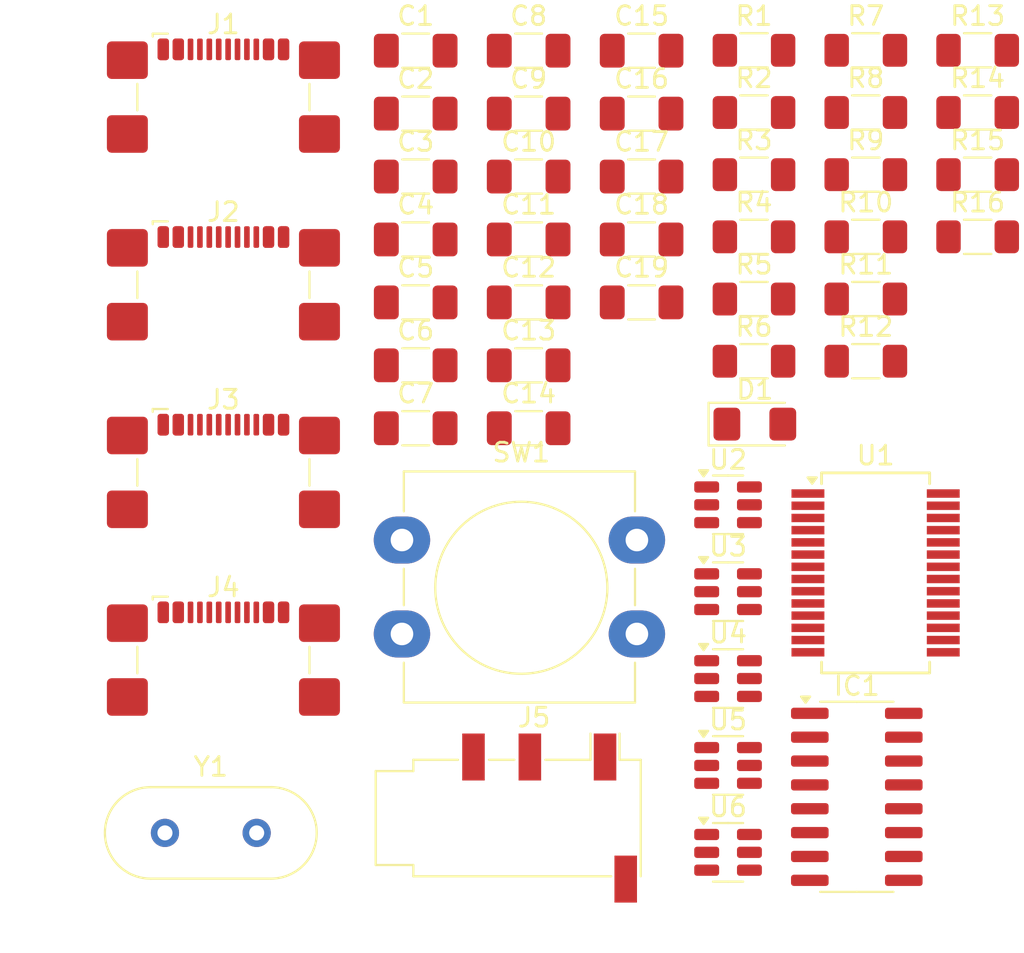
<source format=kicad_pcb>
(kicad_pcb (version 20241229) (generator "pcbnew") (generator_version "9.0")
  (layers (0 "F.Cu" signal) (2 "B.Cu" signal) (13 "F.Paste" user) (15 "B.Paste" user) (5 "F.SilkS" user "F.Silkscreen") (7 "B.SilkS" user "B.Silkscreen") (1 "F.Mask" user) (3 "B.Mask" user) (25 "Edge.Cuts" user))
  (net 0 "")
  (net 1 "Net-(D1-A)")
  (net 2 "GND")
  (net 3 "+5V")
  (net 4 "Net-(U1-VINL)")
  (net 5 "Net-(IC1-VDD18)")
  (net 6 "Net-(IC1-VDD33)")
  (net 7 "Net-(U1-VINR)")
  (net 8 "Net-(U1-XTI)")
  (net 9 "Net-(U1-XTO)")
  (net 10 "Net-(U1-SEL0)")
  (net 11 "Net-(U1-VCCCI)")
  (net 12 "Net-(U1-VCOM)")
  (net 13 "Net-(U1-VCCP1I)")
  (net 14 "Net-(U1-VCCP2I)")
  (net 15 "Net-(U1-VCCXI)")
  (net 16 "D1+")
  (net 17 "D3-")
  (net 18 "D1-")
  (net 19 "D-_Host")
  (net 21 "D2+")
  (net 22 "DAC_D+")
  (net 23 "D3+")
  (net 24 "DAC_D-")
  (net 25 "D2-")
  (net 26 "D+_Host")
  (net 29 "Net-(J1-CC1)")
  (net 30 "Net-(J1-CC2)")
  (net 31 "Net-(J2-CC2)")
  (net 32 "Net-(J2-CC1)")
  (net 35 "Net-(J3-CC1)")
  (net 38 "Net-(J3-CC2)")
  (net 39 "L_Out")
  (net 40 "R_Out")
  (net 41 "Mic")
  (net 42 "Net-(J4-CC1)")
  (net 43 "Net-(J4-CC2)")
  (net 44 "Net-(U1-D+)")
  (net 45 "Net-(U1-D-)")
  (net 46 "Mute")
  (net 50 "Net-(C5-Pad1)")
  (net 52 "Net-(C8-Pad1)")
  (net 64 "Net-(U1-VOUTR)")
  (net 65 "Net-(U1-VOUTL)")
  (net 66 "Net-(J1-D+-PadB6)")
  (net 67 "Net-(J1-D--PadB7)")
  (net 68 "Net-(J2-D+-PadB6)")
  (net 69 "Net-(J2-D--PadB7)")
  (net 70 "Net-(J3-D+-PadB6)")
  (net 71 "Net-(J3-D--PadB7)")
  (net 72 "Net-(J4-D+-PadA6)")
  (net 73 "Net-(J4-D--PadA7)")
  (net 74 "Net-(R11-Pad2)")
  (net 75 "Net-(R10-Pad1)")
  (footprint "Capacitor_SMD:C_1206_3216Metric_Pad1.33x1.80mm_HandSolder" (layer "F.Cu") (at 113.03 64.835)
    (property "Reference" "C1" (at 0 -1.85 0) (layer "F.SilkS"))
    (property "Value" "10uF")
    (pad "1" smd roundrect (at -1.5625 0) (size 1.325 1.8) (layers "F.Cu" "F.Mask" "F.Paste") (roundrect_rratio 0.188679) (net 2 "GND"))
    (pad "2" smd roundrect (at 1.5625 0) (size 1.325 1.8) (layers "F.Cu" "F.Mask" "F.Paste") (roundrect_rratio 0.188679) (net 1 "Net-(D1-A)"))
  )
  (footprint "Resistor_SMD:R_1206_3216Metric_Pad1.30x1.75mm_HandSolder" (layer "F.Cu") (at 131.03 71.435)
    (property "Reference" "R3" (at 0 -1.83 0) (layer "F.SilkS"))
    (property "Value" "5.1k")
    (pad "1" smd roundrect (at -1.55 0) (size 1.3 1.75) (layers "F.Cu" "F.Mask" "F.Paste") (roundrect_rratio 0.192308) (net 29 "Net-(J1-CC1)"))
    (pad "2" smd roundrect (at 1.55 0) (size 1.3 1.75) (layers "F.Cu" "F.Mask" "F.Paste") (roundrect_rratio 0.192308) (net 2 "GND"))
  )
  (footprint "Capacitor_SMD:C_1206_3216Metric_Pad1.33x1.80mm_HandSolder" (layer "F.Cu") (at 125.05 71.535)
    (property "Reference" "C17" (at 0 -1.85 0) (layer "F.SilkS"))
    (property "Value" "10uF")
    (pad "1" smd roundrect (at -1.5625 0) (size 1.325 1.8) (layers "F.Cu" "F.Mask" "F.Paste") (roundrect_rratio 0.188679) (net 40 "R_Out"))
    (pad "2" smd roundrect (at 1.5625 0) (size 1.325 1.8) (layers "F.Cu" "F.Mask" "F.Paste") (roundrect_rratio 0.188679) (net 64 "Net-(U1-VOUTR)"))
  )
  (footprint "Package_TO_SOT_SMD:SOT-23-6" (layer "F.Cu") (at 129.65 102.885)
    (property "Reference" "U5" (at 0 -2.4 0) (layer "F.SilkS"))
    (property "Value" "USBLC6-2SC6")
    (pad "1" smd roundrect (at -1.1375 -0.95) (size 1.325 0.6) (layers "F.Cu" "F.Mask" "F.Paste") (net 17 "D3-"))
    (pad "2" smd roundrect (at -1.1375 0) (size 1.325 0.6) (layers "F.Cu" "F.Mask" "F.Paste") (net 2 "GND"))
    (pad "3" smd roundrect (at -1.1375 0.95) (size 1.325 0.6) (layers "F.Cu" "F.Mask" "F.Paste") (net 23 "D3+"))
    (pad "4" smd roundrect (at 1.1375 0.95) (size 1.325 0.6) (layers "F.Cu" "F.Mask" "F.Paste") (net 70 "Net-(J3-D+-PadB6)"))
    (pad "5" smd roundrect (at 1.1375 0) (size 1.325 0.6) (layers "F.Cu" "F.Mask" "F.Paste") (net 3 "+5V"))
    (pad "6" smd roundrect (at 1.1375 -0.95) (size 1.325 0.6) (layers "F.Cu" "F.Mask" "F.Paste") (net 71 "Net-(J3-D--PadB7)"))
  )
  (footprint "Resistor_SMD:R_1206_3216Metric_Pad1.30x1.75mm_HandSolder" (layer "F.Cu") (at 142.93 74.745)
    (property "Reference" "R16" (at 0 -1.83 0) (layer "F.SilkS"))
    (property "Value" "1M")
    (pad "1" smd roundrect (at -1.55 0) (size 1.3 1.75) (layers "F.Cu" "F.Mask" "F.Paste") (roundrect_rratio 0.192308) (net 8 "Net-(U1-XTI)"))
    (pad "2" smd roundrect (at 1.55 0) (size 1.3 1.75) (layers "F.Cu" "F.Mask" "F.Paste") (roundrect_rratio 0.192308) (net 9 "Net-(U1-XTO)"))
  )
  (footprint "Connector_USB:USB_C_Receptacle_GCT_USB4110" (layer "F.Cu") (at 102.8 88.425)
    (property "Reference" "J3" (at 0 -5.015 0) (layer "F.SilkS"))
    (property "Value" "USB_C_Receptacle_USB2.0_16P")
    (pad "" np_thru_hole circle (at -2.89 -2.605) (size 0.65 0.65) (drill 0.65) (layers "*.Cu" "*.Mask"))
    (pad "" np_thru_hole circle (at 2.89 -2.605) (size 0.65 0.65) (drill 0.65) (layers "*.Cu" "*.Mask"))
    (pad "A1" smd roundrect (at -3.2 -3.68) (size 0.6 1.15) (layers "F.Cu" "F.Mask" "F.Paste") (net 2 "GND"))
    (pad "A4" smd roundrect (at -2.4 -3.68) (size 0.6 1.15) (layers "F.Cu" "F.Mask" "F.Paste") (net 3 "+5V"))
    (pad "A5" smd roundrect (at -1.25 -3.68) (size 0.3 1.15) (layers "F.Cu" "F.Mask" "F.Paste") (net 35 "Net-(J3-CC1)"))
    (pad "A6" smd roundrect (at -0.25 -3.68) (size 0.3 1.15) (layers "F.Cu" "F.Mask" "F.Paste"))
    (pad "A7" smd roundrect (at 0.25 -3.68) (size 0.3 1.15) (layers "F.Cu" "F.Mask" "F.Paste"))
    (pad "A8" smd roundrect (at 1.25 -3.68) (size 0.3 1.15) (layers "F.Cu" "F.Mask" "F.Paste"))
    (pad "A9" smd roundrect (at 2.4 -3.68) (size 0.6 1.15) (layers "F.Cu" "F.Mask" "F.Paste") (net 3 "+5V"))
    (pad "A12" smd roundrect (at 3.2 -3.68) (size 0.6 1.15) (layers "F.Cu" "F.Mask" "F.Paste") (net 2 "GND"))
    (pad "B1" smd roundrect (at 3.2 -3.68) (size 0.6 1.15) (layers "F.Cu" "F.Mask" "F.Paste") (net 2 "GND"))
    (pad "B4" smd roundrect (at 2.4 -3.68) (size 0.6 1.15) (layers "F.Cu" "F.Mask" "F.Paste") (net 3 "+5V"))
    (pad "B5" smd roundrect (at 1.75 -3.68) (size 0.3 1.15) (layers "F.Cu" "F.Mask" "F.Paste") (net 38 "Net-(J3-CC2)"))
    (pad "B6" smd roundrect (at 0.75 -3.68) (size 0.3 1.15) (layers "F.Cu" "F.Mask" "F.Paste") (net 70 "Net-(J3-D+-PadB6)"))
    (pad "B7" smd roundrect (at -0.75 -3.68) (size 0.3 1.15) (layers "F.Cu" "F.Mask" "F.Paste") (net 71 "Net-(J3-D--PadB7)"))
    (pad "B8" smd roundrect (at -1.75 -3.68) (size 0.3 1.15) (layers "F.Cu" "F.Mask" "F.Paste"))
    (pad "B9" smd roundrect (at -2.4 -3.68) (size 0.6 1.15) (layers "F.Cu" "F.Mask" "F.Paste") (net 3 "+5V"))
    (pad "B12" smd roundrect (at -3.2 -3.68) (size 0.6 1.15) (layers "F.Cu" "F.Mask" "F.Paste") (net 2 "GND"))
    (pad "S1" smd roundrect (at -5.11 -3.105) (size 2.18 2) (layers "F.Cu" "F.Mask" "F.Paste") (roundrect_rratio 0.125) (net 2 "GND"))
    (pad "S1" smd roundrect (at -5.11 0.825) (size 2.18 2) (layers "F.Cu" "F.Mask" "F.Paste") (roundrect_rratio 0.125) (net 2 "GND"))
    (pad "S1" smd roundrect (at 5.11 -3.105) (size 2.18 2) (layers "F.Cu" "F.Mask" "F.Paste") (roundrect_rratio 0.125) (net 2 "GND"))
    (pad "S1" smd roundrect (at 5.11 0.825) (size 2.18 2) (layers "F.Cu" "F.Mask" "F.Paste") (roundrect_rratio 0.125) (net 2 "GND"))
  )
  (footprint "Capacitor_SMD:C_1206_3216Metric_Pad1.33x1.80mm_HandSolder" (layer "F.Cu") (at 119.04 68.185)
    (property "Reference" "C9" (at 0 -1.85 0) (layer "F.SilkS"))
    (property "Value" "10pF")
    (pad "1" smd roundrect (at -1.5625 0) (size 1.325 1.8) (layers "F.Cu" "F.Mask" "F.Paste") (roundrect_rratio 0.188679) (net 8 "Net-(U1-XTI)"))
    (pad "2" smd roundrect (at 1.5625 0) (size 1.325 1.8) (layers "F.Cu" "F.Mask" "F.Paste") (roundrect_rratio 0.188679) (net 2 "GND"))
  )
  (footprint "Connector_Audio:Jack_3.5mm_PJ320D_Horizontal" (layer "F.Cu") (at 119.28 105.685)
    (property "Reference" "J5" (at 0.05 -5.35 0) (layer "F.SilkS"))
    (property "Value" "TRRS")
    (pad "" np_thru_hole circle (at -4.775 0) (size 1.5 1.5) (drill 1.5) (layers "*.Cu" "*.Mask"))
    (pad "" np_thru_hole circle (at 2.225 0) (size 1.5 1.5) (drill 1.5) (layers "*.Cu" "*.Mask"))
    (pad "R1" smd rect (at -0.175 -3.25) (size 1.2 2.5) (layers "F.Cu" "F.Mask" "F.Paste") (net 40 "R_Out"))
    (pad "R2" smd rect (at -3.175 -3.25) (size 1.2 2.5) (layers "F.Cu" "F.Mask" "F.Paste") (net 2 "GND"))
    (pad "S" smd rect (at 4.925 3.25) (size 1.2 2.5) (layers "F.Cu" "F.Mask" "F.Paste") (net 41 "Mic"))
    (pad "T" smd rect (at 3.825 -3.25) (size 1.2 2.5) (layers "F.Cu" "F.Mask" "F.Paste") (net 39 "L_Out"))
  )
  (footprint "Resistor_SMD:R_1206_3216Metric_Pad1.30x1.75mm_HandSolder" (layer "F.Cu") (at 136.98 74.745)
    (property "Reference" "R10" (at 0 -1.83 0) (layer "F.SilkS"))
    (property "Value" "22")
    (pad "1" smd roundrect (at -1.55 0) (size 1.3 1.75) (layers "F.Cu" "F.Mask" "F.Paste") (roundrect_rratio 0.192308) (net 75 "Net-(R10-Pad1)"))
    (pad "2" smd roundrect (at 1.55 0) (size 1.3 1.75) (layers "F.Cu" "F.Mask" "F.Paste") (roundrect_rratio 0.192308) (net 45 "Net-(U1-D-)"))
  )
  (footprint "Resistor_SMD:R_1206_3216Metric_Pad1.30x1.75mm_HandSolder" (layer "F.Cu") (at 131.03 81.365)
    (property "Reference" "R6" (at 0 -1.83 0) (layer "F.SilkS"))
    (property "Value" "5.1k")
    (pad "1" smd roundrect (at -1.55 0) (size 1.3 1.75) (layers "F.Cu" "F.Mask" "F.Paste") (roundrect_rratio 0.192308) (net 38 "Net-(J3-CC2)"))
    (pad "2" smd roundrect (at 1.55 0) (size 1.3 1.75) (layers "F.Cu" "F.Mask" "F.Paste") (roundrect_rratio 0.192308) (net 2 "GND"))
  )
  (footprint "Capacitor_SMD:C_1206_3216Metric_Pad1.33x1.80mm_HandSolder" (layer "F.Cu") (at 119.04 74.885)
    (property "Reference" "C11" (at 0 -1.85 0) (layer "F.SilkS"))
    (property "Value" "1uF")
    (pad "1" smd roundrect (at -1.5625 0) (size 1.325 1.8) (layers "F.Cu" "F.Mask" "F.Paste") (roundrect_rratio 0.188679) (net 2 "GND"))
    (pad "2" smd roundrect (at 1.5625 0) (size 1.325 1.8) (layers "F.Cu" "F.Mask" "F.Paste") (roundrect_rratio 0.188679) (net 10 "Net-(U1-SEL0)"))
  )
  (footprint "Capacitor_SMD:C_1206_3216Metric_Pad1.33x1.80mm_HandSolder" (layer "F.Cu") (at 125.05 74.885)
    (property "Reference" "C18" (at 0 -1.85 0) (layer "F.SilkS"))
    (property "Value" "100nF")
    (pad "1" smd roundrect (at -1.5625 0) (size 1.325 1.8) (layers "F.Cu" "F.Mask" "F.Paste") (roundrect_rratio 0.188679) (net 10 "Net-(U1-SEL0)"))
    (pad "2" smd roundrect (at 1.5625 0) (size 1.325 1.8) (layers "F.Cu" "F.Mask" "F.Paste") (roundrect_rratio 0.188679) (net 2 "GND"))
  )
  (footprint "Resistor_SMD:R_1206_3216Metric_Pad1.30x1.75mm_HandSolder" (layer "F.Cu") (at 136.98 78.055)
    (property "Reference" "R11" (at 0 -1.83 0) (layer "F.SilkS"))
    (property "Value" "1.5k")
    (pad "1" smd roundrect (at -1.55 0) (size 1.3 1.75) (layers "F.Cu" "F.Mask" "F.Paste") (roundrect_rratio 0.192308) (net 10 "Net-(U1-SEL0)"))
    (pad "2" smd roundrect (at 1.55 0) (size 1.3 1.75) (layers "F.Cu" "F.Mask" "F.Paste") (roundrect_rratio 0.192308) (net 74 "Net-(R11-Pad2)"))
  )
  (footprint "Package_TO_SOT_SMD:SOT-23-6" (layer "F.Cu") (at 129.65 89.01)
    (property "Reference" "U2" (at 0 -2.4 0) (layer "F.SilkS"))
    (property "Value" "USBLC6-2SC6")
    (pad "1" smd roundrect (at -1.1375 -0.95) (size 1.325 0.6) (layers "F.Cu" "F.Mask" "F.Paste") (net 22 "DAC_D+"))
    (pad "2" smd roundrect (at -1.1375 0) (size 1.325 0.6) (layers "F.Cu" "F.Mask" "F.Paste") (net 2 "GND"))
    (pad "3" smd roundrect (at -1.1375 0.95) (size 1.325 0.6) (layers "F.Cu" "F.Mask" "F.Paste") (net 24 "DAC_D-"))
    (pad "4" smd roundrect (at 1.1375 0.95) (size 1.325 0.6) (layers "F.Cu" "F.Mask" "F.Paste") (net 75 "Net-(R10-Pad1)"))
    (pad "5" smd roundrect (at 1.1375 0) (size 1.325 0.6) (layers "F.Cu" "F.Mask" "F.Paste") (net 3 "+5V"))
    (pad "6" smd roundrect (at 1.1375 -0.95) (size 1.325 0.6) (layers "F.Cu" "F.Mask" "F.Paste") (net 74 "Net-(R11-Pad2)"))
  )
  (footprint "Resistor_SMD:R_1206_3216Metric_Pad1.30x1.75mm_HandSolder" (layer "F.Cu") (at 131.03 64.815)
    (property "Reference" "R1" (at 0 -1.83 0) (layer "F.SilkS"))
    (property "Value" "5.1k")
    (pad "1" smd roundrect (at -1.55 0) (size 1.3 1.75) (layers "F.Cu" "F.Mask" "F.Paste") (roundrect_rratio 0.192308) (net 32 "Net-(J2-CC1)"))
    (pad "2" smd roundrect (at 1.55 0) (size 1.3 1.75) (layers "F.Cu" "F.Mask" "F.Paste") (roundrect_rratio 0.192308) (net 2 "GND"))
  )
  (footprint "Package_SO:SSOP-28_5.3x10.2mm_P0.65mm" (layer "F.Cu") (at 137.5 92.635)
    (property "Reference" "U1" (at 0 -6.25 0) (layer "F.SilkS"))
    (property "Value" "PCM2902")
    (pad "1" smd rect (at -3.6 -4.225) (size 1.75 0.45) (layers "F.Cu" "F.Mask" "F.Paste") (net 44 "Net-(U1-D+)"))
    (pad "2" smd rect (at -3.6 -3.575) (size 1.75 0.45) (layers "F.Cu" "F.Mask" "F.Paste") (net 45 "Net-(U1-D-)"))
    (pad "3" smd rect (at -3.6 -2.925) (size 1.75 0.45) (layers "F.Cu" "F.Mask" "F.Paste") (net 3 "+5V"))
    (pad "4" smd rect (at -3.6 -2.275) (size 1.75 0.45) (layers "F.Cu" "F.Mask" "F.Paste") (net 2 "GND"))
    (pad "5" smd rect (at -3.6 -1.625) (size 1.75 0.45) (layers "F.Cu" "F.Mask" "F.Paste") (net 46 "Mute"))
    (pad "6" smd rect (at -3.6 -0.975) (size 1.75 0.45) (layers "F.Cu" "F.Mask" "F.Paste"))
    (pad "7" smd rect (at -3.6 -0.325) (size 1.75 0.45) (layers "F.Cu" "F.Mask" "F.Paste"))
    (pad "8" smd rect (at -3.6 0.325) (size 1.75 0.45) (layers "F.Cu" "F.Mask" "F.Paste") (net 10 "Net-(U1-SEL0)"))
    (pad "9" smd rect (at -3.6 0.975) (size 1.75 0.45) (layers "F.Cu" "F.Mask" "F.Paste") (net 10 "Net-(U1-SEL0)"))
    (pad "10" smd rect (at -3.6 1.625) (size 1.75 0.45) (layers "F.Cu" "F.Mask" "F.Paste") (net 11 "Net-(U1-VCCCI)"))
    (pad "11" smd rect (at -3.6 2.275) (size 1.75 0.45) (layers "F.Cu" "F.Mask" "F.Paste") (net 2 "GND"))
    (pad "12" smd rect (at -3.6 2.925) (size 1.75 0.45) (layers "F.Cu" "F.Mask" "F.Paste") (net 4 "Net-(U1-VINL)"))
    (pad "13" smd rect (at -3.6 3.575) (size 1.75 0.45) (layers "F.Cu" "F.Mask" "F.Paste") (net 7 "Net-(U1-VINR)"))
    (pad "14" smd rect (at -3.6 4.225) (size 1.75 0.45) (layers "F.Cu" "F.Mask" "F.Paste") (net 12 "Net-(U1-VCOM)"))
    (pad "15" smd rect (at 3.6 4.225) (size 1.75 0.45) (layers "F.Cu" "F.Mask" "F.Paste") (net 64 "Net-(U1-VOUTR)"))
    (pad "16" smd rect (at 3.6 3.575) (size 1.75 0.45) (layers "F.Cu" "F.Mask" "F.Paste") (net 65 "Net-(U1-VOUTL)"))
    (pad "17" smd rect (at 3.6 2.925) (size 1.75 0.45) (layers "F.Cu" "F.Mask" "F.Paste") (net 13 "Net-(U1-VCCP1I)"))
    (pad "18" smd rect (at 3.6 2.275) (size 1.75 0.45) (layers "F.Cu" "F.Mask" "F.Paste") (net 2 "GND"))
    (pad "19" smd rect (at 3.6 1.625) (size 1.75 0.45) (layers "F.Cu" "F.Mask" "F.Paste") (net 14 "Net-(U1-VCCP2I)"))
    (pad "20" smd rect (at 3.6 0.975) (size 1.75 0.45) (layers "F.Cu" "F.Mask" "F.Paste") (net 9 "Net-(U1-XTO)"))
    (pad "21" smd rect (at 3.6 0.325) (size 1.75 0.45) (layers "F.Cu" "F.Mask" "F.Paste") (net 8 "Net-(U1-XTI)"))
    (pad "22" smd rect (at 3.6 -0.325) (size 1.75 0.45) (layers "F.Cu" "F.Mask" "F.Paste") (net 2 "GND"))
    (pad "23" smd rect (at 3.6 -0.975) (size 1.75 0.45) (layers "F.Cu" "F.Mask" "F.Paste") (net 15 "Net-(U1-VCCXI)"))
    (pad "24" smd rect (at 3.6 -1.625) (size 1.75 0.45) (layers "F.Cu" "F.Mask" "F.Paste"))
    (pad "25" smd rect (at 3.6 -2.275) (size 1.75 0.45) (layers "F.Cu" "F.Mask" "F.Paste"))
    (pad "26" smd rect (at 3.6 -2.925) (size 1.75 0.45) (layers "F.Cu" "F.Mask" "F.Paste") (net 2 "GND"))
    (pad "27" smd rect (at 3.6 -3.575) (size 1.75 0.45) (layers "F.Cu" "F.Mask" "F.Paste") (net 10 "Net-(U1-SEL0)"))
    (pad "28" smd rect (at 3.6 -4.225) (size 1.75 0.45) (layers "F.Cu" "F.Mask" "F.Paste"))
  )
  (footprint "Capacitor_SMD:C_1206_3216Metric_Pad1.33x1.80mm_HandSolder" (layer "F.Cu") (at 119.04 84.935)
    (property "Reference" "C14" (at 0 -1.85 0) (layer "F.SilkS"))
    (property "Value" "1uF")
    (pad "1" smd roundrect (at -1.5625 0) (size 1.325 1.8) (layers "F.Cu" "F.Mask" "F.Paste") (roundrect_rratio 0.188679) (net 13 "Net-(U1-VCCP1I)"))
    (pad "2" smd roundrect (at 1.5625 0) (size 1.325 1.8) (layers "F.Cu" "F.Mask" "F.Paste") (roundrect_rratio 0.188679) (net 2 "GND"))
  )
  (footprint "Resistor_SMD:R_1206_3216Metric_Pad1.30x1.75mm_HandSolder" (layer "F.Cu") (at 136.98 68.125)
    (property "Reference" "R8" (at 0 -1.83 0) (layer "F.SilkS"))
    (property "Value" "5.1k")
    (pad "1" smd roundrect (at -1.55 0) (size 1.3 1.75) (layers "F.Cu" "F.Mask" "F.Paste") (roundrect_rratio 0.192308) (net 43 "Net-(J4-CC2)"))
    (pad "2" smd roundrect (at 1.55 0) (size 1.3 1.75) (layers "F.Cu" "F.Mask" "F.Paste") (roundrect_rratio 0.192308) (net 2 "GND"))
  )
  (footprint "Button_Switch_THT:SW_PUSH-12mm_Wuerth-430476085716" (layer "F.Cu") (at 112.3 90.885)
    (property "Reference" "SW1" (at 6.35 -4.66 0) (layer "F.SilkS"))
    (property "Value" "SW_Push")
    (pad "1" thru_hole oval (at 0 0) (size 3 2.5) (drill 1.2) (layers "*.Cu" "*.Mask") (net 3 "+5V"))
    (pad "1" thru_hole oval (at 12.5 0) (size 3 2.5) (drill 1.2) (layers "*.Cu" "*.Mask") (net 3 "+5V"))
    (pad "2" thru_hole oval (at 0 5) (size 3 2.5) (drill 1.2) (layers "*.Cu" "*.Mask") (net 46 "Mute"))
    (pad "2" thru_hole oval (at 12.5 5) (size 3 2.5) (drill 1.2) (layers "*.Cu" "*.Mask") (net 46 "Mute"))
  )
  (footprint "Resistor_SMD:R_1206_3216Metric_Pad1.30x1.75mm_HandSolder" (layer "F.Cu") (at 136.98 71.435)
    (property "Reference" "R9" (at 0 -1.83 0) (layer "F.SilkS"))
    (property "Value" "22")
    (pad "1" smd roundrect (at -1.55 0) (size 1.3 1.75) (layers "F.Cu" "F.Mask" "F.Paste") (roundrect_rratio 0.192308) (net 74 "Net-(R11-Pad2)"))
    (pad "2" smd roundrect (at 1.55 0) (size 1.3 1.75) (layers "F.Cu" "F.Mask" "F.Paste") (roundrect_rratio 0.192308) (net 44 "Net-(U1-D+)"))
  )
  (footprint "Capacitor_SMD:C_1206_3216Metric_Pad1.33x1.80mm_HandSolder" (layer "F.Cu") (at 113.03 81.585)
    (property "Reference" "C6" (at 0 -1.85 0) (layer "F.SilkS"))
    (property "Value" "10uF")
    (pad "1" smd roundrect (at -1.5625 0) (size 1.325 1.8) (layers "F.Cu" "F.Mask" "F.Paste") (roundrect_rratio 0.188679) (net 2 "GND"))
    (pad "2" smd roundrect (at 1.5625 0) (size 1.325 1.8) (layers "F.Cu" "F.Mask" "F.Paste") (roundrect_rratio 0.188679) (net 5 "Net-(IC1-VDD18)"))
  )
  (footprint "Capacitor_SMD:C_1206_3216Metric_Pad1.33x1.80mm_HandSolder" (layer "F.Cu") (at 113.03 78.235)
    (property "Reference" "C5" (at 0 -1.85 0) (layer "F.SilkS"))
    (property "Value" "10uF")
    (pad "1" smd roundrect (at -1.5625 0) (size 1.325 1.8) (layers "F.Cu" "F.Mask" "F.Paste") (roundrect_rratio 0.188679) (net 50 "Net-(C5-Pad1)"))
    (pad "2" smd roundrect (at 1.5625 0) (size 1.325 1.8) (layers "F.Cu" "F.Mask" "F.Paste") (roundrect_rratio 0.188679) (net 41 "Mic"))
  )
  (footprint "Resistor_SMD:R_1206_3216Metric_Pad1.30x1.75mm_HandSolder" (layer "F.Cu") (at 136.98 81.365)
    (property "Reference" "R12" (at 0 -1.83 0) (layer "F.SilkS"))
    (property "Value" "10k")
    (pad "1" smd roundrect (at -1.55 0) (size 1.3 1.75) (layers "F.Cu" "F.Mask" "F.Paste") (roundrect_rratio 0.192308) (net 46 "Mute"))
    (pad "2" smd roundrect (at 1.55 0) (size 1.3 1.75) (layers "F.Cu" "F.Mask" "F.Paste") (roundrect_rratio 0.192308) (net 2 "GND"))
  )
  (footprint "Resistor_SMD:R_1206_3216Metric_Pad1.30x1.75mm_HandSolder" (layer "F.Cu") (at 131.03 78.055)
    (property "Reference" "R5" (at 0 -1.83 0) (layer "F.SilkS"))
    (property "Value" "5.1k")
    (pad "1" smd roundrect (at -1.55 0) (size 1.3 1.75) (layers "F.Cu" "F.Mask" "F.Paste") (roundrect_rratio 0.192308) (net 35 "Net-(J3-CC1)"))
    (pad "2" smd roundrect (at 1.55 0) (size 1.3 1.75) (layers "F.Cu" "F.Mask" "F.Paste") (roundrect_rratio 0.192308) (net 2 "GND"))
  )
  (footprint "Package_TO_SOT_SMD:SOT-23-6" (layer "F.Cu") (at 129.65 107.51)
    (property "Reference" "U6" (at 0 -2.4 0) (layer "F.SilkS"))
    (property "Value" "USBLC6-2SC6")
    (pad "1" smd roundrect (at -1.1375 -0.95) (size 1.325 0.6) (layers "F.Cu" "F.Mask" "F.Paste") (net 19 "D-_Host"))
    (pad "2" smd roundrect (at -1.1375 0) (size 1.325 0.6) (layers "F.Cu" "F.Mask" "F.Paste") (net 2 "GND"))
    (pad "3" smd roundrect (at -1.1375 0.95) (size 1.325 0.6) (layers "F.Cu" "F.Mask" "F.Paste") (net 26 "D+_Host"))
    (pad "4" smd roundrect (at 1.1375 0.95) (size 1.325 0.6) (layers "F.Cu" "F.Mask" "F.Paste") (net 72 "Net-(J4-D+-PadA6)"))
    (pad "5" smd roundrect (at 1.1375 0) (size 1.325 0.6) (layers "F.Cu" "F.Mask" "F.Paste") (net 3 "+5V"))
    (pad "6" smd roundrect (at 1.1375 -0.95) (size 1.325 0.6) (layers "F.Cu" "F.Mask" "F.Paste") (net 73 "Net-(J4-D--PadA7)"))
  )
  (footprint "Resistor_SMD:R_1206_3216Metric_Pad1.30x1.75mm_HandSolder" (layer "F.Cu") (at 131.03 74.745)
    (property "Reference" "R4" (at 0 -1.83 0) (layer "F.SilkS"))
    (property "Value" "5.1k")
    (pad "1" smd roundrect (at -1.55 0) (size 1.3 1.75) (layers "F.Cu" "F.Mask" "F.Paste") (roundrect_rratio 0.192308) (net 30 "Net-(J1-CC2)"))
    (pad "2" smd roundrect (at 1.55 0) (size 1.3 1.75) (layers "F.Cu" "F.Mask" "F.Paste") (roundrect_rratio 0.192308) (net 2 "GND"))
  )
  (footprint "Connector_USB:USB_C_Receptacle_GCT_USB4110" (layer "F.Cu") (at 102.8 78.435)
    (property "Reference" "J2" (at 0 -5.015 0) (layer "F.SilkS"))
    (property "Value" "USB_C_Receptacle_USB2.0_16P")
    (pad "" np_thru_hole circle (at -2.89 -2.605) (size 0.65 0.65) (drill 0.65) (layers "*.Cu" "*.Mask"))
    (pad "" np_thru_hole circle (at 2.89 -2.605) (size 0.65 0.65) (drill 0.65) (layers "*.Cu" "*.Mask"))
    (pad "A1" smd roundrect (at -3.2 -3.68) (size 0.6 1.15) (layers "F.Cu" "F.Mask" "F.Paste") (net 2 "GND"))
    (pad "A4" smd roundrect (at -2.4 -3.68) (size 0.6 1.15) (layers "F.Cu" "F.Mask" "F.Paste") (net 3 "+5V"))
    (pad "A5" smd roundrect (at -1.25 -3.68) (size 0.3 1.15) (layers "F.Cu" "F.Mask" "F.Paste") (net 32 "Net-(J2-CC1)"))
    (pad "A6" smd roundrect (at -0.25 -3.68) (size 0.3 1.15) (layers "F.Cu" "F.Mask" "F.Paste"))
    (pad "A7" smd roundrect (at 0.25 -3.68) (size 0.3 1.15) (layers "F.Cu" "F.Mask" "F.Paste"))
    (pad "A8" smd roundrect (at 1.25 -3.68) (size 0.3 1.15) (layers "F.Cu" "F.Mask" "F.Paste"))
    (pad "A9" smd roundrect (at 2.4 -3.68) (size 0.6 1.15) (layers "F.Cu" "F.Mask" "F.Paste") (net 3 "+5V"))
    (pad "A12" smd roundrect (at 3.2 -3.68) (size 0.6 1.15) (layers "F.Cu" "F.Mask" "F.Paste") (net 2 "GND"))
    (pad "B1" smd roundrect (at 3.2 -3.68) (size 0.6 1.15) (layers "F.Cu" "F.Mask" "F.Paste") (net 2 "GND"))
    (pad "B4" smd roundrect (at 2.4 -3.68) (size 0.6 1.15) (layers "F.Cu" "F.Mask" "F.Paste") (net 3 "+5V"))
    (pad "B5" smd roundrect (at 1.75 -3.68) (size 0.3 1.15) (layers "F.Cu" "F.Mask" "F.Paste") (net 31 "Net-(J2-CC2)"))
    (pad "B6" smd roundrect (at 0.75 -3.68) (size 0.3 1.15) (layers "F.Cu" "F.Mask" "F.Paste") (net 68 "Net-(J2-D+-PadB6)"))
    (pad "B7" smd roundrect (at -0.75 -3.68) (size 0.3 1.15) (layers "F.Cu" "F.Mask" "F.Paste") (net 69 "Net-(J2-D--PadB7)"))
    (pad "B8" smd roundrect (at -1.75 -3.68) (size 0.3 1.15) (layers "F.Cu" "F.Mask" "F.Paste"))
    (pad "B9" smd roundrect (at -2.4 -3.68) (size 0.6 1.15) (layers "F.Cu" "F.Mask" "F.Paste") (net 3 "+5V"))
    (pad "B12" smd roundrect (at -3.2 -3.68) (size 0.6 1.15) (layers "F.Cu" "F.Mask" "F.Paste") (net 2 "GND"))
    (pad "S1" smd roundrect (at -5.11 -3.105) (size 2.18 2) (layers "F.Cu" "F.Mask" "F.Paste") (roundrect_rratio 0.125) (net 2 "GND"))
    (pad "S1" smd roundrect (at -5.11 0.825) (size 2.18 2) (layers "F.Cu" "F.Mask" "F.Paste") (roundrect_rratio 0.125) (net 2 "GND"))
    (pad "S1" smd roundrect (at 5.11 -3.105) (size 2.18 2) (layers "F.Cu" "F.Mask" "F.Paste") (roundrect_rratio 0.125) (net 2 "GND"))
    (pad "S1" smd roundrect (at 5.11 0.825) (size 2.18 2) (layers "F.Cu" "F.Mask" "F.Paste") (roundrect_rratio 0.125) (net 2 "GND"))
  )
  (footprint "Capacitor_SMD:C_1206_3216Metric_Pad1.33x1.80mm_HandSolder" (layer "F.Cu") (at 113.03 74.885)
    (property "Reference" "C4" (at 0 -1.85 0) (layer "F.SilkS"))
    (property "Value" "10uF")
    (pad "1" smd roundrect (at -1.5625 0) (size 1.325 1.8) (layers "F.Cu" "F.Mask" "F.Paste") (roundrect_rratio 0.188679) (net 2 "GND"))
    (pad "2" smd roundrect (at 1.5625 0) (size 1.325 1.8) (layers "F.Cu" "F.Mask" "F.Paste") (roundrect_rratio 0.188679) (net 3 "+5V"))
  )
  (footprint "Capacitor_SMD:C_1206_3216Metric_Pad1.33x1.80mm_HandSolder" (layer "F.Cu") (at 113.03 84.935)
    (property "Reference" "C7" (at 0 -1.85 0) (layer "F.SilkS"))
    (property "Value" "10uF")
    (pad "1" smd roundrect (at -1.5625 0) (size 1.325 1.8) (layers "F.Cu" "F.Mask" "F.Paste") (roundrect_rratio 0.188679) (net 2 "GND"))
    (pad "2" smd roundrect (at 1.5625 0) (size 1.325 1.8) (layers "F.Cu" "F.Mask" "F.Paste") (roundrect_rratio 0.188679) (net 6 "Net-(IC1-VDD33)"))
  )
  (footprint "Resistor_SMD:R_1206_3216Metric_Pad1.30x1.75mm_HandSolder" (layer "F.Cu") (at 142.93 71.435)
    (property "Reference" "R15" (at 0 -1.83 0) (layer "F.SilkS"))
    (property "Value" "1k")
    (pad "1" smd roundrect (at -1.55 0) (size 1.3 1.75) (layers "F.Cu" "F.Mask" "F.Paste") (roundrect_rratio 0.192308) (net 50 "Net-(C5-Pad1)"))
    (pad "2" smd roundrect (at 1.55 0) (size 1.3 1.75) (layers "F.Cu" "F.Mask" "F.Paste") (roundrect_rratio 0.192308) (net 52 "Net-(C8-Pad1)"))
  )
  (footprint "Capacitor_SMD:C_1206_3216Metric_Pad1.33x1.80mm_HandSolder" (layer "F.Cu") (at 119.04 71.535)
    (property "Reference" "C10" (at 0 -1.85 0) (layer "F.SilkS"))
    (property "Value" "10pF")
    (pad "1" smd roundrect (at -1.5625 0) (size 1.325 1.8) (layers "F.Cu" "F.Mask" "F.Paste") (roundrect_rratio 0.188679) (net 9 "Net-(U1-XTO)"))
    (pad "2" smd roundrect (at 1.5625 0) (size 1.325 1.8) (layers "F.Cu" "F.Mask" "F.Paste") (roundrect_rratio 0.188679) (net 2 "GND"))
  )
  (footprint "Resistor_SMD:R_1206_3216Metric_Pad1.30x1.75mm_HandSolder" (layer "F.Cu") (at 131.03 68.125)
    (property "Reference" "R2" (at 0 -1.83 0) (layer "F.SilkS"))
    (property "Value" "5.1k")
    (pad "1" smd roundrect (at -1.55 0) (size 1.3 1.75) (layers "F.Cu" "F.Mask" "F.Paste") (roundrect_rratio 0.192308) (net 31 "Net-(J2-CC2)"))
    (pad "2" smd roundrect (at 1.55 0) (size 1.3 1.75) (layers "F.Cu" "F.Mask" "F.Paste") (roundrect_rratio 0.192308) (net 2 "GND"))
  )
  (footprint "Capacitor_SMD:C_1206_3216Metric_Pad1.33x1.80mm_HandSolder" (layer "F.Cu") (at 125.05 78.235)
    (property "Reference" "C19" (at 0 -1.85 0) (layer "F.SilkS"))
    (property "Value" "10uF")
    (pad "1" smd roundrect (at -1.5625 0) (size 1.325 1.8) (layers "F.Cu" "F.Mask" "F.Paste") (roundrect_rratio 0.188679) (net 39 "L_Out"))
    (pad "2" smd roundrect (at 1.5625 0) (size 1.325 1.8) (layers "F.Cu" "F.Mask" "F.Paste") (roundrect_rratio 0.188679) (net 65 "Net-(U1-VOUTL)"))
  )
  (footprint "Crystal:Crystal_HC49-4H_Vertical" (layer "F.Cu") (at 99.69 106.475)
    (property "Reference" "Y1" (at 2.44 -3.52 0) (layer "F.SilkS"))
    (property "Value" "12MHz")
    (pad "1" thru_hole circle (at 0 0) (size 1.5 1.5) (drill 0.8) (layers "*.Cu" "*.Mask") (net 9 "Net-(U1-XTO)"))
    (pad "2" thru_hole circle (at 4.88 0) (size 1.5 1.5) (drill 0.8) (layers "*.Cu" "*.Mask") (net 8 "Net-(U1-XTI)"))
  )
  (footprint "Diode_SMD:D_1206_3216Metric_Pad1.42x1.75mm_HandSolder" (layer "F.Cu") (at 131.075 84.715)
    (property "Reference" "D1" (at 0 -1.83 0) (layer "F.SilkS"))
    (property "Value" "D_Schottky")
    (pad "1" smd roundrect (at -1.4875 0) (size 1.425 1.75) (layers "F.Cu" "F.Mask" "F.Paste") (roundrect_rratio 0.175439) (net 3 "+5V"))
    (pad "2" smd roundrect (at 1.4875 0) (size 1.425 1.75) (layers "F.Cu" "F.Mask" "F.Paste") (roundrect_rratio 0.175439) (net 1 "Net-(D1-A)"))
  )
  (footprint "Package_SO:SOP-16_3.9x9.9mm_P1.27mm" (layer "F.Cu") (at 136.5 104.555)
    (property "Reference" "IC1" (at 0 -5.9 0) (layer "F.SilkS"))
    (property "Value" "SL2.1A")
    (pad "1" smd roundrect (at -2.5 -4.445) (size 2 0.6) (layers "F.Cu" "F.Mask" "F.Paste") (net 24 "DAC_D-"))
    (pad "2" smd roundrect (at -2.5 -3.175) (size 2 0.6) (layers "F.Cu" "F.Mask" "F.Paste") (net 22 "DAC_D+"))
    (pad "3" smd roundrect (at -2.5 -1.905) (size 2 0.6) (layers "F.Cu" "F.Mask" "F.Paste") (net 17 "D3-"))
    (pad "4" smd roundrect (at -2.5 -0.635) (size 2 0.6) (layers "F.Cu" "F.Mask" "F.Paste") (net 23 "D3+"))
    (pad "5" smd roundrect (at -2.5 0.635) (size 2 0.6) (layers "F.Cu" "F.Mask" "F.Paste") (net 25 "D2-"))
    (pad "6" smd roundrect (at -2.5 1.905) (size 2 0.6) (layers "F.Cu" "F.Mask" "F.Paste") (net 21 "D2+"))
    (pad "7" smd roundrect (at -2.5 3.175) (size 2 0.6) (layers "F.Cu" "F.Mask" "F.Paste") (net 18 "D1-"))
    (pad "8" smd roundrect (at -2.5 4.445) (size 2 0.6) (layers "F.Cu" "F.Mask" "F.Paste") (net 16 "D1+"))
    (pad "9" smd roundrect (at 2.5 4.445) (size 2 0.6) (layers "F.Cu" "F.Mask" "F.Paste") (net 19 "D-_Host"))
    (pad "10" smd roundrect (at 2.5 3.175) (size 2 0.6) (layers "F.Cu" "F.Mask" "F.Paste") (net 26 "D+_Host"))
    (pad "11" smd roundrect (at 2.5 1.905) (size 2 0.6) (layers "F.Cu" "F.Mask" "F.Paste") (net 3 "+5V"))
    (pad "12" smd roundrect (at 2.5 0.635) (size 2 0.6) (layers "F.Cu" "F.Mask" "F.Paste") (net 2 "GND"))
    (pad "13" smd roundrect (at 2.5 -0.635) (size 2 0.6) (layers "F.Cu" "F.Mask" "F.Paste") (net 6 "Net-(IC1-VDD33)"))
    (pad "14" smd roundrect (at 2.5 -1.905) (size 2 0.6) (layers "F.Cu" "F.Mask" "F.Paste") (net 5 "Net-(IC1-VDD18)"))
    (pad "15" smd roundrect (at 2.5 -3.175) (size 2 0.6) (layers "F.Cu" "F.Mask" "F.Paste"))
    (pad "16" smd roundrect (at 2.5 -4.445) (size 2 0.6) (layers "F.Cu" "F.Mask" "F.Paste") (net 2 "GND"))
  )
  (footprint "Capacitor_SMD:C_1206_3216Metric_Pad1.33x1.80mm_HandSolder" (layer "F.Cu") (at 113.03 71.535)
    (property "Reference" "C3" (at 0 -1.85 0) (layer "F.SilkS"))
    (property "Value" "10uF")
    (pad "1" smd roundrect (at -1.5625 0) (size 1.325 1.8) (layers "F.Cu" "F.Mask" "F.Paste") (roundrect_rratio 0.188679) (net 2 "GND"))
    (pad "2" smd roundrect (at 1.5625 0) (size 1.325 1.8) (layers "F.Cu" "F.Mask" "F.Paste") (roundrect_rratio 0.188679) (net 3 "+5V"))
  )
  (footprint "Capacitor_SMD:C_1206_3216Metric_Pad1.33x1.80mm_HandSolder" (layer "F.Cu") (at 125.05 64.835)
    (property "Reference" "C15" (at 0 -1.85 0) (layer "F.SilkS"))
    (property "Value" "1uF")
    (pad "1" smd roundrect (at -1.5625 0) (size 1.325 1.8) (layers "F.Cu" "F.Mask" "F.Paste") (roundrect_rratio 0.188679) (net 14 "Net-(U1-VCCP2I)"))
    (pad "2" smd roundrect (at 1.5625 0) (size 1.325 1.8) (layers "F.Cu" "F.Mask" "F.Paste") (roundrect_rratio 0.188679) (net 2 "GND"))
  )
  (footprint "Resistor_SMD:R_1206_3216Metric_Pad1.30x1.75mm_HandSolder" (layer "F.Cu") (at 142.93 64.815)
    (property "Reference" "R13" (at 0 -1.83 0) (layer "F.SilkS"))
    (property "Value" "10k")
    (pad "1" smd roundrect (at -1.55 0) (size 1.3 1.75) (layers "F.Cu" "F.Mask" "F.Paste") (roundrect_rratio 0.192308) (net 52 "Net-(C8-Pad1)"))
    (pad "2" smd roundrect (at 1.55 0) (size 1.3 1.75) (layers "F.Cu" "F.Mask" "F.Paste") (roundrect_rratio 0.192308) (net 4 "Net-(U1-VINL)"))
  )
  (footprint "Resistor_SMD:R_1206_3216Metric_Pad1.30x1.75mm_HandSolder" (layer "F.Cu") (at 136.98 64.815)
    (property "Reference" "R7" (at 0 -1.83 0) (layer "F.SilkS"))
    (property "Value" "5.1k")
    (pad "1" smd roundrect (at -1.55 0) (size 1.3 1.75) (layers "F.Cu" "F.Mask" "F.Paste") (roundrect_rratio 0.192308) (net 42 "Net-(J4-CC1)"))
    (pad "2" smd roundrect (at 1.55 0) (size 1.3 1.75) (layers "F.Cu" "F.Mask" "F.Paste") (roundrect_rratio 0.192308) (net 2 "GND"))
  )
  (footprint "Capacitor_SMD:C_1206_3216Metric_Pad1.33x1.80mm_HandSolder" (layer "F.Cu") (at 125.05 68.185)
    (property "Reference" "C16" (at 0 -1.85 0) (layer "F.SilkS"))
    (property "Value" "1uF")
    (pad "1" smd roundrect (at -1.5625 0) (size 1.325 1.8) (layers "F.Cu" "F.Mask" "F.Paste") (roundrect_rratio 0.188679) (net 15 "Net-(U1-VCCXI)"))
    (pad "2" smd roundrect (at 1.5625 0) (size 1.325 1.8) (layers "F.Cu" "F.Mask" "F.Paste") (roundrect_rratio 0.188679) (net 2 "GND"))
  )
  (footprint "Package_TO_SOT_SMD:SOT-23-6" (layer "F.Cu") (at 129.65 93.635)
    (property "Reference" "U3" (at 0 -2.4 0) (layer "F.SilkS"))
    (property "Value" "USBLC6-2SC6")
    (pad "1" smd roundrect (at -1.1375 -0.95) (size 1.325 0.6) (layers "F.Cu" "F.Mask" "F.Paste") (net 18 "D1-"))
    (pad "2" smd roundrect (at -1.1375 0) (size 1.325 0.6) (layers "F.Cu" "F.Mask" "F.Paste") (net 2 "GND"))
    (pad "3" smd roundrect (at -1.1375 0.95) (size 1.325 0.6) (layers "F.Cu" "F.Mask" "F.Paste") (net 16 "D1+"))
    (pad "4" smd roundrect (at 1.1375 0.95) (size 1.325 0.6) (layers "F.Cu" "F.Mask" "F.Paste") (net 66 "Net-(J1-D+-PadB6)"))
    (pad "5" smd roundrect (at 1.1375 0) (size 1.325 0.6) (layers "F.Cu" "F.Mask" "F.Paste") (net 3 "+5V"))
    (pad "6" smd roundrect (at 1.1375 -0.95) (size 1.325 0.6) (layers "F.Cu" "F.Mask" "F.Paste") (net 67 "Net-(J1-D--PadB7)"))
  )
  (footprint "Capacitor_SMD:C_1206_3216Metric_Pad1.33x1.80mm_HandSolder" (layer "F.Cu") (at 119.04 78.235)
    (property "Reference" "C12" (at 0 -1.85 0) (layer "F.SilkS"))
    (property "Value" "10uF")
    (pad "1" smd roundrect (at -1.5625 0) (size 1.325 1.8) (layers "F.Cu" "F.Mask" "F.Paste") (roundrect_rratio 0.188679) (net 11 "Net-(U1-VCCCI)"))
    (pad "2" smd roundrect (at 1.5625 0) (size 1.325 1.8) (layers "F.Cu" "F.Mask" "F.Paste") (roundrect_rratio 0.188679) (net 2 "GND"))
  )
  (footprint "Connector_USB:USB_C_Receptacle_GCT_USB4110" (layer "F.Cu") (at 102.8 68.445)
    (property "Reference" "J1" (at 0 -5.015 0) (layer "F.SilkS"))
    (property "Value" "USB_C_Receptacle_USB2.0_16P")
    (pad "" np_thru_hole circle (at -2.89 -2.605) (size 0.65 0.65) (drill 0.65) (layers "*.Cu" "*.Mask"))
    (pad "" np_thru_hole circle (at 2.89 -2.605) (size 0.65 0.65) (drill 0.65) (layers "*.Cu" "*.Mask"))
    (pad "A1" smd roundrect (at -3.2 -3.68) (size 0.6 1.15) (layers "F.Cu" "F.Mask" "F.Paste") (net 2 "GND"))
    (pad "A4" smd roundrect (at -2.4 -3.68) (size 0.6 1.15) (layers "F.Cu" "F.Mask" "F.Paste") (net 3 "+5V"))
    (pad "A5" smd roundrect (at -1.25 -3.68) (size 0.3 1.15) (layers "F.Cu" "F.Mask" "F.Paste") (net 29 "Net-(J1-CC1)"))
    (pad "A6" smd roundrect (at -0.25 -3.68) (size 0.3 1.15) (layers "F.Cu" "F.Mask" "F.Paste"))
    (pad "A7" smd roundrect (at 0.25 -3.68) (size 0.3 1.15) (layers "F.Cu" "F.Mask" "F.Paste"))
    (pad "A8" smd roundrect (at 1.25 -3.68) (size 0.3 1.15) (layers "F.Cu" "F.Mask" "F.Paste"))
    (pad "A9" smd roundrect (at 2.4 -3.68) (size 0.6 1.15) (layers "F.Cu" "F.Mask" "F.Paste") (net 3 "+5V"))
    (pad "A12" smd roundrect (at 3.2 -3.68) (size 0.6 1.15) (layers "F.Cu" "F.Mask" "F.Paste") (net 2 "GND"))
    (pad "B1" smd roundrect (at 3.2 -3.68) (size 0.6 1.15) (layers "F.Cu" "F.Mask" "F.Paste") (net 2 "GND"))
    (pad "B4" smd roundrect (at 2.4 -3.68) (size 0.6 1.15) (layers "F.Cu" "F.Mask" "F.Paste") (net 3 "+5V"))
    (pad "B5" smd roundrect (at 1.75 -3.68) (size 0.3 1.15) (layers "F.Cu" "F.Mask" "F.Paste") (net 30 "Net-(J1-CC2)"))
    (pad "B6" smd roundrect (at 0.75 -3.68) (size 0.3 1.15) (layers "F.Cu" "F.Mask" "F.Paste") (net 66 "Net-(J1-D+-PadB6)"))
    (pad "B7" smd roundrect (at -0.75 -3.68) (size 0.3 1.15) (layers "F.Cu" "F.Mask" "F.Paste") (net 67 "Net-(J1-D--PadB7)"))
    (pad "B8" smd roundrect (at -1.75 -3.68) (size 0.3 1.15) (layers "F.Cu" "F.Mask" "F.Paste"))
    (pad "B9" smd roundrect (at -2.4 -3.68) (size 0.6 1.15) (layers "F.Cu" "F.Mask" "F.Paste") (net 3 "+5V"))
    (pad "B12" smd roundrect (at -3.2 -3.68) (size 0.6 1.15) (layers "F.Cu" "F.Mask" "F.Paste") (net 2 "GND"))
    (pad "S1" smd roundrect (at -5.11 -3.105) (size 2.18 2) (layers "F.Cu" "F.Mask" "F.Paste") (roundrect_rratio 0.125) (net 2 "GND"))
    (pad "S1" smd roundrect (at -5.11 0.825) (size 2.18 2) (layers "F.Cu" "F.Mask" "F.Paste") (roundrect_rratio 0.125) (net 2 "GND"))
    (pad "S1" smd roundrect (at 5.11 -3.105) (size 2.18 2) (layers "F.Cu" "F.Mask" "F.Paste") (roundrect_rratio 0.125) (net 2 "GND"))
    (pad "S1" smd roundrect (at 5.11 0.825) (size 2.18 2) (layers "F.Cu" "F.Mask" "F.Paste") (roundrect_rratio 0.125) (net 2 "GND"))
  )
  (footprint "Resistor_SMD:R_1206_3216Metric_Pad1.30x1.75mm_HandSolder" (layer "F.Cu") (at 142.93 68.125)
    (property "Reference" "R14" (at 0 -1.83 0) (layer "F.SilkS"))
    (property "Value" "10k")
    (pad "1" smd roundrect (at -1.55 0) (size 1.3 1.75) (layers "F.Cu" "F.Mask" "F.Paste") (roundrect_rratio 0.192308) (net 52 "Net-(C8-Pad1)"))
    (pad "2" smd roundrect (at 1.55 0) (size 1.3 1.75) (layers "F.Cu" "F.Mask" "F.Paste") (roundrect_rratio 0.192308) (net 7 "Net-(U1-VINR)"))
  )
  (footprint "Capacitor_SMD:C_1206_3216Metric_Pad1.33x1.80mm_HandSolder" (layer "F.Cu") (at 119.04 81.585)
    (property "Reference" "C13" (at 0 -1.85 0) (layer "F.SilkS"))
    (property "Value" "10uF")
    (pad "1" smd roundrect (at -1.5625 0) (size 1.325 1.8) (layers "F.Cu" "F.Mask" "F.Paste") (roundrect_rratio 0.188679) (net 12 "Net-(U1-VCOM)"))
    (pad "2" smd roundrect (at 1.5625 0) (size 1.325 1.8) (layers "F.Cu" "F.Mask" "F.Paste") (roundrect_rratio 0.188679) (net 2 "GND"))
  )
  (footprint "Package_TO_SOT_SMD:SOT-23-6" (layer "F.Cu") (at 129.65 98.26)
    (property "Reference" "U4" (at 0 -2.4 0) (layer "F.SilkS"))
    (property "Value" "USBLC6-2SC6")
    (pad "1" smd roundrect (at -1.1375 -0.95) (size 1.325 0.6) (layers "F.Cu" "F.Mask" "F.Paste") (net 25 "D2-"))
    (pad "2" smd roundrect (at -1.1375 0) (size 1.325 0.6) (layers "F.Cu" "F.Mask" "F.Paste") (net 2 "GND"))
    (pad "3" smd roundrect (at -1.1375 0.95) (size 1.325 0.6) (layers "F.Cu" "F.Mask" "F.Paste") (net 21 "D2+"))
    (pad "4" smd roundrect (at 1.1375 0.95) (size 1.325 0.6) (layers "F.Cu" "F.Mask" "F.Paste") (net 68 "Net-(J2-D+-PadB6)"))
    (pad "5" smd roundrect (at 1.1375 0) (size 1.325 0.6) (layers "F.Cu" "F.Mask" "F.Paste") (net 3 "+5V"))
    (pad "6" smd roundrect (at 1.1375 -0.95) (size 1.325 0.6) (layers "F.Cu" "F.Mask" "F.Paste") (net 69 "Net-(J2-D--PadB7)"))
  )
  (footprint "Capacitor_SMD:C_1206_3216Metric_Pad1.33x1.80mm_HandSolder" (layer "F.Cu") (at 119.04 64.835)
    (property "Reference" "C8" (at 0 -1.85 0) (layer "F.SilkS"))
    (property "Value" "100nF")
    (pad "1" smd roundrect (at -1.5625 0) (size 1.325 1.8) (layers "F.Cu" "F.Mask" "F.Paste") (roundrect_rratio 0.188679) (net 52 "Net-(C8-Pad1)"))
    (pad "2" smd roundrect (at 1.5625 0) (size 1.325 1.8) (layers "F.Cu" "F.Mask" "F.Paste") (roundrect_rratio 0.188679) (net 2 "GND"))
  )
  (footprint "Capacitor_SMD:C_1206_3216Metric_Pad1.33x1.80mm_HandSolder" (layer "F.Cu") (at 113.03 68.185)
    (property "Reference" "C2" (at 0 -1.85 0) (layer "F.SilkS"))
    (property "Value" "10uF")
    (pad "1" smd roundrect (at -1.5625 0) (size 1.325 1.8) (layers "F.Cu" "F.Mask" "F.Paste") (roundrect_rratio 0.188679) (net 2 "GND"))
    (pad "2" smd roundrect (at 1.5625 0) (size 1.325 1.8) (layers "F.Cu" "F.Mask" "F.Paste") (roundrect_rratio 0.188679) (net 3 "+5V"))
  )
  (footprint "Connector_USB:USB_C_Receptacle_GCT_USB4110" (layer "F.Cu") (at 102.8 98.415)
    (property "Reference" "J4" (at 0 -5.015 0) (layer "F.SilkS"))
    (property "Value" "USB_C_Receptacle_USB2.0_16P")
    (pad "" np_thru_hole circle (at -2.89 -2.605) (size 0.65 0.65) (drill 0.65) (layers "*.Cu" "*.Mask"))
    (pad "" np_thru_hole circle (at 2.89 -2.605) (size 0.65 0.65) (drill 0.65) (layers "*.Cu" "*.Mask"))
    (pad "A1" smd roundrect (at -3.2 -3.68) (size 0.6 1.15) (layers "F.Cu" "F.Mask" "F.Paste") (net 2 "GND"))
    (pad "A4" smd roundrect (at -2.4 -3.68) (size 0.6 1.15) (layers "F.Cu" "F.Mask" "F.Paste") (net 1 "Net-(D1-A)"))
    (pad "A5" smd roundrect (at -1.25 -3.68) (size 0.3 1.15) (layers "F.Cu" "F.Mask" "F.Paste") (net 42 "Net-(J4-CC1)"))
    (pad "A6" smd roundrect (at -0.25 -3.68) (size 0.3 1.15) (layers "F.Cu" "F.Mask" "F.Paste") (net 72 "Net-(J4-D+-PadA6)"))
    (pad "A7" smd roundrect (at 0.25 -3.68) (size 0.3 1.15) (layers "F.Cu" "F.Mask" "F.Paste") (net 73 "Net-(J4-D--PadA7)"))
    (pad "A8" smd roundrect (at 1.25 -3.68) (size 0.3 1.15) (layers "F.Cu" "F.Mask" "F.Paste"))
    (pad "A9" smd roundrect (at 2.4 -3.68) (size 0.6 1.15) (layers "F.Cu" "F.Mask" "F.Paste") (net 1 "Net-(D1-A)"))
    (pad "A12" smd roundrect (at 3.2 -3.68) (size 0.6 1.15) (layers "F.Cu" "F.Mask" "F.Paste") (net 2 "GND"))
    (pad "B1" smd roundrect (at 3.2 -3.68) (size 0.6 1.15) (layers "F.Cu" "F.Mask" "F.Paste") (net 2 "GND"))
    (pad "B4" smd roundrect (at 2.4 -3.68) (size 0.6 1.15) (layers "F.Cu" "F.Mask" "F.Paste") (net 1 "Net-(D1-A)"))
    (pad "B5" smd roundrect (at 1.75 -3.68) (size 0.3 1.15) (layers "F.Cu" "F.Mask" "F.Paste") (net 43 "Net-(J4-CC2)"))
    (pad "B6" smd roundrect (at 0.75 -3.68) (size 0.3 1.15) (layers "F.Cu" "F.Mask" "F.Paste"))
    (pad "B7" smd roundrect (at -0.75 -3.68) (size 0.3 1.15) (layers "F.Cu" "F.Mask" "F.Paste"))
    (pad "B8" smd roundrect (at -1.75 -3.68) (size 0.3 1.15) (layers "F.Cu" "F.Mask" "F.Paste"))
    (pad "B9" smd roundrect (at -2.4 -3.68) (size 0.6 1.15) (layers "F.Cu" "F.Mask" "F.Paste") (net 1 "Net-(D1-A)"))
    (pad "B12" smd roundrect (at -3.2 -3.68) (size 0.6 1.15) (layers "F.Cu" "F.Mask" "F.Paste") (net 2 "GND"))
    (pad "S1" smd roundrect (at -5.11 -3.105) (size 2.18 2) (layers "F.Cu" "F.Mask" "F.Paste") (roundrect_rratio 0.125) (net 2 "GND"))
    (pad "S1" smd roundrect (at -5.11 0.825) (size 2.18 2) (layers "F.Cu" "F.Mask" "F.Paste") (roundrect_rratio 0.125) (net 2 "GND"))
    (pad "S1" smd roundrect (at 5.11 -3.105) (size 2.18 2) (layers "F.Cu" "F.Mask" "F.Paste") (roundrect_rratio 0.125) (net 2 "GND"))
    (pad "S1" smd roundrect (at 5.11 0.825) (size 2.18 2) (layers "F.Cu" "F.Mask" "F.Paste") (roundrect_rratio 0.125) (net 2 "GND"))
  )
)
</source>
